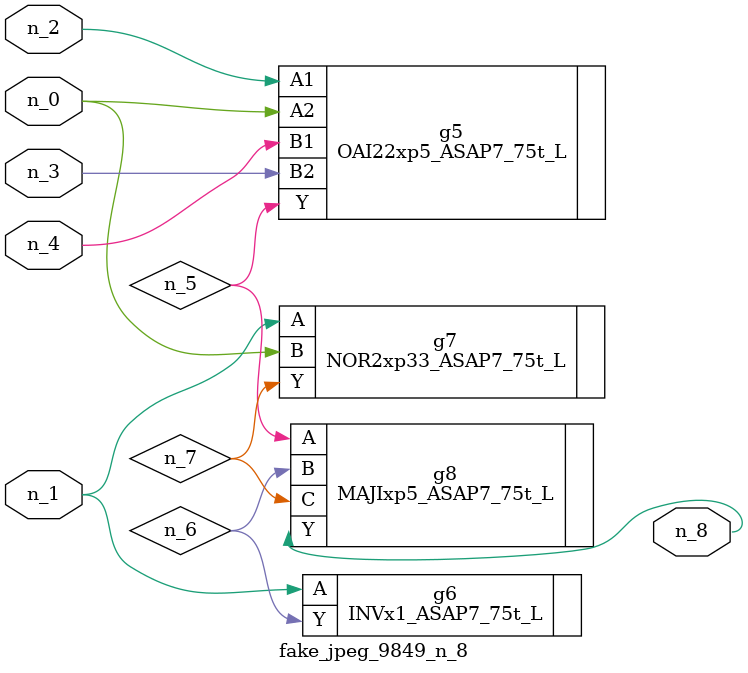
<source format=v>
module fake_jpeg_9849_n_8 (n_3, n_2, n_1, n_0, n_4, n_8);

input n_3;
input n_2;
input n_1;
input n_0;
input n_4;

output n_8;

wire n_6;
wire n_5;
wire n_7;

OAI22xp5_ASAP7_75t_L g5 ( 
.A1(n_2),
.A2(n_0),
.B1(n_4),
.B2(n_3),
.Y(n_5)
);

INVx1_ASAP7_75t_L g6 ( 
.A(n_1),
.Y(n_6)
);

NOR2xp33_ASAP7_75t_L g7 ( 
.A(n_1),
.B(n_0),
.Y(n_7)
);

MAJIxp5_ASAP7_75t_L g8 ( 
.A(n_5),
.B(n_6),
.C(n_7),
.Y(n_8)
);


endmodule
</source>
